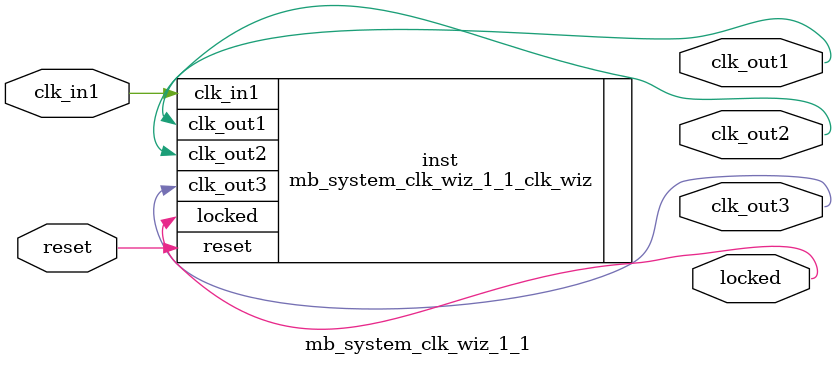
<source format=v>


`timescale 1ps/1ps

(* CORE_GENERATION_INFO = "mb_system_clk_wiz_1_1,clk_wiz_v6_0_6_0_0,{component_name=mb_system_clk_wiz_1_1,use_phase_alignment=true,use_min_o_jitter=false,use_max_i_jitter=false,use_dyn_phase_shift=false,use_inclk_switchover=false,use_dyn_reconfig=false,enable_axi=0,feedback_source=FDBK_AUTO,PRIMITIVE=MMCM,num_out_clk=3,clkin1_period=83.333,clkin2_period=10.0,use_power_down=false,use_reset=true,use_locked=true,use_inclk_stopped=false,feedback_type=SINGLE,CLOCK_MGR_TYPE=NA,manual_override=false}" *)

module mb_system_clk_wiz_1_1 
 (
  // Clock out ports
  output        clk_out1,
  output        clk_out2,
  output        clk_out3,
  // Status and control signals
  input         reset,
  output        locked,
 // Clock in ports
  input         clk_in1
 );

  mb_system_clk_wiz_1_1_clk_wiz inst
  (
  // Clock out ports  
  .clk_out1(clk_out1),
  .clk_out2(clk_out2),
  .clk_out3(clk_out3),
  // Status and control signals               
  .reset(reset), 
  .locked(locked),
 // Clock in ports
  .clk_in1(clk_in1)
  );

endmodule

</source>
